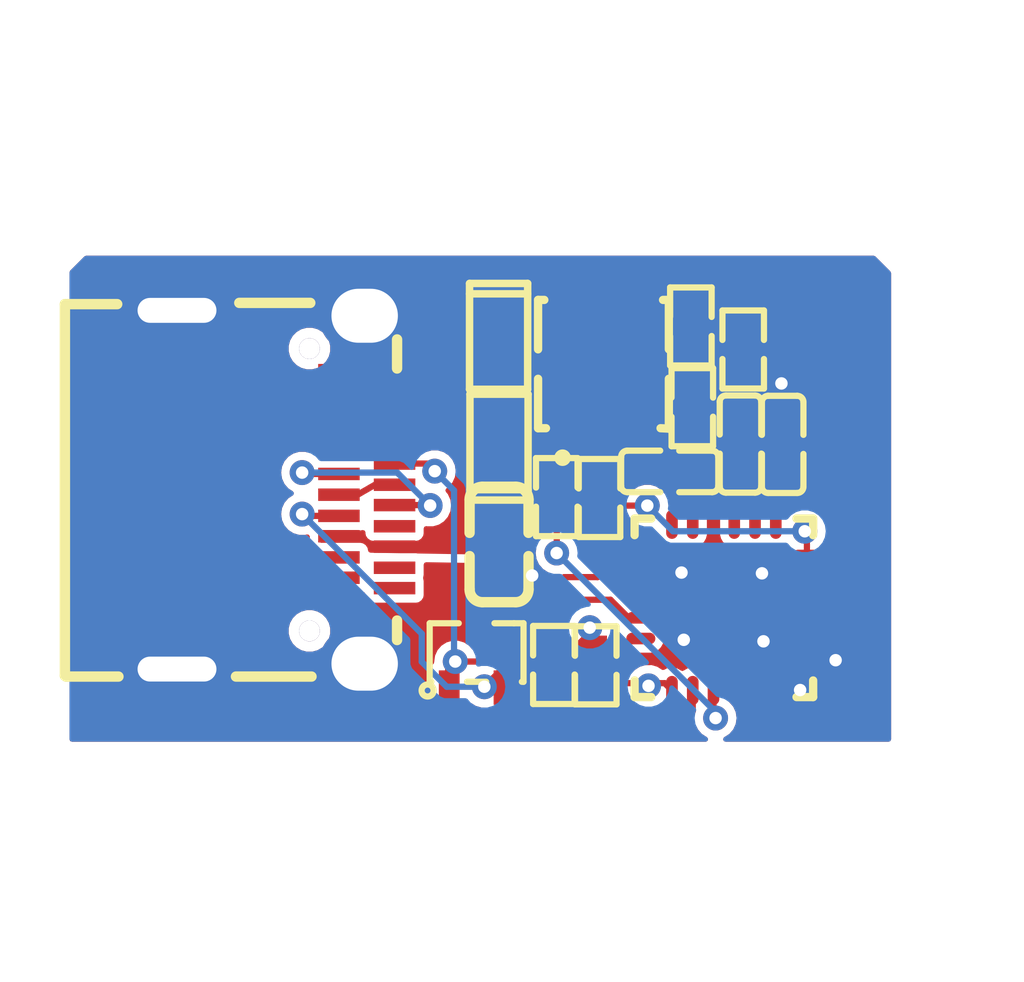
<source format=kicad_pcb>
(kicad_pcb (version 20240108) (generator "pcbnew") (generator_version "8.0")
  (layers (0 "F.Cu" signal) (31 "B.Cu" signal) (34 "B.Paste" user) (35 "F.Paste" user) (36 "B.SilkS" user "B.Silkscreen") (37 "F.SilkS" user "F.Silkscreen") (38 "B.Mask" user) (39 "F.Mask" user) (44 "Edge.Cuts" user))
  (net 0 "")
  (net 1 "B3")
  (net 2 "A10")
  (net 3 "A3")
  (net 4 "VBUS")
  (net 5 "pd_controller.pd_controller-line-1")
  (net 6 "ATTACH")
  (net 7 "pd_controller.pd_controller.footprint.pins[18].net-net")
  (net 8 "VREG_1V2")
  (net 9 "ALERT")
  (net 10 "gate")
  (net 11 "VBUS_EN_SNK")
  (net 12 "gnd")
  (net 13 "dp")
  (net 14 "B10")
  (net 15 "GPIO")
  (net 16 "POWER_OK3")
  (net 17 "B11")
  (net 18 "VREG_2V7")
  (net 19 "A_B_SIDE")
  (net 20 "DISCH")
  (net 21 "dm")
  (net 22 "pd_controller-net")
  (net 23 "A2")
  (net 24 "POWER_OK2")
  (net 25 "pd_controller.pd_controller-line")
  (net 26 "B2")
  (net 27 "VBUS_VS_DISCH")
  (net 28 "VSINK_VCC")
  (net 29 "B8")
  (net 30 "A8")
  (net 31 "A11")
  (net 32 "CC2")
  (net 33 "line-1")
  (net 34 "CC1")
  (net 35 "hv")
  (net 36 "line")
  (footprint "atopile:QFN-24_L4.0-W4.0-P0.50-BL-EP2.8-2a85a7" (layer "F.Cu") (at 90.051506 74.33403 -90)
    (property "Reference" "U1" (hide yes))
    (property "Value" "")
    (fp_line (start -2.14 2.15) (end -2.14 1.75) (stroke (width 0.2)) (layer "F.SilkS"))
    (fp_line (start -1.74 2.15) (end -2.14 2.15) (stroke (width 0.2)) (layer "F.SilkS"))
    (fp_line (start 2.16 2.15) (end 1.76 2.15) (stroke (width 0.2)) (layer "F.SilkS"))
    (fp_line (start 2.16 1.75) (end 2.16 2.15) (stroke (width 0.2)) (layer "F.SilkS"))
    (fp_line (start -2.14 -1.75) (end -2.14 -2.15) (stroke (width 0.2)) (layer "F.SilkS"))
    (fp_line (start 2.16 -1.75) (end 2.16 -2.15) (stroke (width 0.2)) (layer "F.SilkS"))
    (fp_line (start -2.14 -2.15) (end -1.74 -2.15) (stroke (width 0.2)) (layer "F.SilkS"))
    (fp_line (start 2.16 -2.15) (end 1.76 -2.15) (stroke (width 0.2)) (layer "F.SilkS"))
    (pad "1" smd oval (at -1.25 2 90) (size 0.28 0.7) (layers "F.Cu" "F.Paste" "F.Mask") (net 5 "pd_controller.pd_controller-line-1"))
    (pad "2" smd oval (at -0.75 2 90) (size 0.28 0.7) (layers "F.Cu" "F.Paste" "F.Mask") (net 34 "CC1"))
    (pad "3" smd oval (at -0.25 2 90) (size 0.28 0.7) (layers "F.Cu" "F.Paste" "F.Mask") (net 7 "pd_controller.pd_controller.footprint.pins[18].net-net"))
    (pad "4" smd oval (at 0.25 2 90) (size 0.28 0.7) (layers "F.Cu" "F.Paste" "F.Mask") (net 32 "CC2"))
    (pad "5" smd oval (at 0.75 2 90) (size 0.28 0.7) (layers "F.Cu" "F.Paste" "F.Mask") (net 25 "pd_controller.pd_controller-line"))
    (pad "6" smd oval (at 1.25 2 90) (size 0.28 0.7) (layers "F.Cu" "F.Paste" "F.Mask") (net 12 "gnd"))
    (pad "7" smd oval (at 2 1.25) (size 0.28 0.7) (layers "F.Cu" "F.Paste" "F.Mask") (net 36 "line"))
    (pad "8" smd oval (at 2 0.75) (size 0.28 0.7) (layers "F.Cu" "F.Paste" "F.Mask") (net 33 "line-1"))
    (pad "9" smd oval (at 2 0.25) (size 0.28 0.7) (layers "F.Cu" "F.Paste" "F.Mask") (net 20 "DISCH"))
    (pad "10" smd oval (at 2 -0.25) (size 0.28 0.7) (layers "F.Cu" "F.Paste" "F.Mask") (net 12 "gnd"))
    (pad "11" smd oval (at 2 -0.75) (size 0.28 0.7) (layers "F.Cu" "F.Paste" "F.Mask") (net 6 "ATTACH"))
    (pad "12" smd oval (at 2 -1.25) (size 0.28 0.7) (layers "F.Cu" "F.Paste" "F.Mask") (net 12 "gnd"))
    (pad "13" smd oval (at 1.25 -2 90) (size 0.28 0.7) (layers "F.Cu" "F.Paste" "F.Mask") (net 12 "gnd"))
    (pad "14" smd oval (at 0.75 -2 90) (size 0.28 0.7) (layers "F.Cu" "F.Paste" "F.Mask") (net 16 "POWER_OK3"))
    (pad "15" smd oval (at 0.25 -2 90) (size 0.28 0.7) (layers "F.Cu" "F.Paste" "F.Mask") (net 15 "GPIO"))
    (pad "16" smd oval (at -0.25 -2 90) (size 0.28 0.7) (layers "F.Cu" "F.Paste" "F.Mask") (net 11 "VBUS_EN_SNK"))
    (pad "17" smd oval (at -0.75 -2 90) (size 0.28 0.7) (layers "F.Cu" "F.Paste" "F.Mask") (net 19 "A_B_SIDE"))
    (pad "18" smd oval (at -1.25 -2 90) (size 0.28 0.7) (layers "F.Cu" "F.Paste" "F.Mask") (net 27 "VBUS_VS_DISCH"))
    (pad "19" smd oval (at -2 -1.25) (size 0.28 0.7) (layers "F.Cu" "F.Paste" "F.Mask") (net 9 "ALERT"))
    (pad "20" smd oval (at -2 -0.75) (size 0.28 0.7) (layers "F.Cu" "F.Paste" "F.Mask") (net 24 "POWER_OK2"))
    (pad "21" smd oval (at -2 -0.25) (size 0.28 0.7) (layers "F.Cu" "F.Paste" "F.Mask") (net 8 "VREG_1V2"))
    (pad "22" smd oval (at -2 0.25) (size 0.28 0.7) (layers "F.Cu" "F.Paste" "F.Mask") (net 12 "gnd"))
    (pad "23" smd oval (at -2 0.75) (size 0.28 0.7) (layers "F.Cu" "F.Paste" "F.Mask") (net 18 "VREG_2V7"))
    (pad "24" smd oval (at -2 1.25) (size 0.28 0.7) (layers "F.Cu" "F.Paste" "F.Mask") (net 4 "VBUS"))
    (pad "25" smd rect (at 0.01 0) (size 2.8 2.8) (layers "F.Cu" "F.Paste" "F.Mask") (net 12 "gnd"))
  )
  (footprint "atopile:C0603-bd72f6" (layer "F.Cu") (at 84.636812 72.818761 90)
    (property "Reference" "C1" (hide yes))
    (property "Value" "4.7µF ±10% 35V X5R")
    (fp_line (start 0.28 -0.71) (end 1.08 -0.71) (stroke (width 0.25)) (layer "F.SilkS"))
    (fp_line (start -0.28 -0.71) (end -1.08 -0.71) (stroke (width 0.25)) (layer "F.SilkS"))
    (fp_line (start 1.39 -0.4) (end 1.39 0.4) (stroke (width 0.25)) (layer "F.SilkS"))
    (fp_line (start -1.39 0.4) (end -1.39 -0.4) (stroke (width 0.25)) (layer "F.SilkS"))
    (fp_line (start 0.28 0.71) (end 1.08 0.71) (stroke (width 0.25)) (layer "F.SilkS"))
    (fp_line (start -0.28 0.71) (end -1.08 0.71) (stroke (width 0.25)) (layer "F.SilkS"))
    (fp_arc (start 1.08 -0.71) (mid 1.299203 -0.619203) (end 1.39 -0.4) (stroke (width 0.25)) (layer "F.SilkS"))
    (fp_arc (start -1.39 -0.4) (mid -1.299203 -0.619203) (end -1.08 -0.71) (stroke (width 0.25)) (layer "F.SilkS"))
    (fp_arc (start 1.39 0.4) (mid 1.299203 0.619203) (end 1.08 0.71) (stroke (width 0.25)) (layer "F.SilkS"))
    (fp_arc (start -1.08 0.71) (mid -1.299203 0.619203) (end -1.39 0.4) (stroke (width 0.25)) (layer "F.SilkS"))
    (pad "1" smd rect (at -0.7 0 90) (size 0.8 0.9) (layers "F.Cu" "F.Paste" "F.Mask") (net 12 "gnd"))
    (pad "2" smd rect (at 0.7 0 90) (size 0.8 0.9) (layers "F.Cu" "F.Paste" "F.Mask") (net 4 "VBUS"))
  )
  (footprint "atopile:DFN1610-2_L1.6-W1.0-P1.05-RD-57a24e" (layer "F.Cu") (at 84.625658 67.931604 -90)
    (property "Reference" "D3" (hide yes))
    (property "Value" "")
    (fp_line (start -1.4 0.7) (end 1.15 0.7) (stroke (width 0.18)) (layer "F.SilkS"))
    (fp_line (start -1.4 -0.7) (end -1.4 0.7) (stroke (width 0.18)) (layer "F.SilkS"))
    (fp_line (start -1.4 -0.7) (end 1.15 -0.7) (stroke (width 0.18)) (layer "F.SilkS"))
    (fp_line (start -1.15 -0.7) (end -1.15 0.7) (stroke (width 0.18)) (layer "F.SilkS"))
    (fp_line (start 1.15 -0.7) (end 1.15 0.7) (stroke (width 0.18)) (layer "F.SilkS"))
    (pad "1" smd rect (at -0.52 0) (size 0.9 0.6) (layers "F.Cu" "F.Paste" "F.Mask") (net 28 "VSINK_VCC"))
    (pad "2" smd rect (at 0.52 0) (size 0.9 0.6) (layers "F.Cu" "F.Paste" "F.Mask") (net 12 "gnd"))
  )
  (footprint "atopile:USB-C-SMD_TYC-324G-a50b79" (layer "F.Cu") (at 79.5 71.5 -90)
    (property "Reference" "USB1" (hide yes))
    (property "Value" "")
    (fp_line (start -4.47 5.32) (end 4.48 5.32) (stroke (width 0.25)) (layer "F.SilkS"))
    (fp_line (start -4.47 5.32) (end -4.47 4.06) (stroke (width 0.25)) (layer "F.SilkS"))
    (fp_line (start 4.48 5.32) (end 4.5 5.29) (stroke (width 0.25)) (layer "F.SilkS"))
    (fp_line (start 4.5 5.29) (end 4.5 4.03) (stroke (width 0.25)) (layer "F.SilkS"))
    (fp_line (start -4.5 -0.59) (end -4.5 1.12) (stroke (width 0.25)) (layer "F.SilkS"))
    (fp_line (start 4.5 -0.62) (end 4.5 1.2) (stroke (width 0.25)) (layer "F.SilkS"))
    (fp_line (start -2.92 -2.68) (end -3.62 -2.68) (stroke (width 0.25)) (layer "F.SilkS"))
    (fp_line (start 3.15 -2.68) (end 3.62 -2.68) (stroke (width 0.25)) (layer "F.SilkS"))
    (pad "" thru_hole circle (at -3.4 -0.57 270) (size 0.5 0.5) (drill 0.5) (layers "*.Cu" "*.Mask"))
    (pad "" thru_hole circle (at 3.4 -0.57 270) (size 0.5 0.5) (drill 0.5) (layers "*.Cu" "*.Mask"))
    (pad "1" thru_hole oval (at -4.19 -1.9 270) (size 1.8 2.2) (drill oval 1.300023 1.600022) (layers "*.Cu" "*.Mask") (net 12 "gnd"))
    (pad "2" thru_hole oval (at -4.32 2.62) (size 2.4 1.2) (drill oval 1.899996 0.599999) (layers "*.Cu" "*.Mask") (net 12 "gnd"))
    (pad "3" thru_hole oval (at 4.32 2.62) (size 2.4 1.2) (drill oval 1.899996 0.599999) (layers "*.Cu" "*.Mask") (net 12 "gnd"))
    (pad "4" thru_hole oval (at 4.19 -1.9 270) (size 1.8 2.2) (drill oval 1.300023 1.600022) (layers "*.Cu" "*.Mask") (net 12 "gnd"))
    (pad "A1" smd rect (at -2.62 -2.62 270) (size 0.3 1) (layers "F.Cu" "F.Paste" "F.Mask") (net 12 "gnd"))
    (pad "A2" smd rect (at -2.12 -2.62 270) (size 0.3 1) (layers "F.Cu" "F.Paste" "F.Mask") (net 23 "A2"))
    (pad "A3" smd rect (at -1.62 -2.62 270) (size 0.3 1) (layers "F.Cu" "F.Paste" "F.Mask") (net 3 "A3"))
    (pad "A4" smd rect (at -1.12 -2.62 270) (size 0.3 1) (layers "F.Cu" "F.Paste" "F.Mask") (net 4 "VBUS"))
    (pad "A5" smd rect (at -0.63 -2.62 270) (size 0.3 1) (layers "F.Cu" "F.Paste" "F.Mask") (net 34 "CC1"))
    (pad "A6" smd rect (at -0.12 -2.62 270) (size 0.3 1) (layers "F.Cu" "F.Paste" "F.Mask") (net 13 "dp"))
    (pad "A7" smd rect (at 0.37 -2.62 270) (size 0.3 1) (layers "F.Cu" "F.Paste" "F.Mask") (net 21 "dm"))
    (pad "A8" smd rect (at 0.88 -2.62 270) (size 0.3 1) (layers "F.Cu" "F.Paste" "F.Mask") (net 30 "A8"))
    (pad "A9" smd rect (at 1.37 -2.62 270) (size 0.3 1) (layers "F.Cu" "F.Paste" "F.Mask") (net 4 "VBUS"))
    (pad "A10" smd rect (at 1.88 -2.62 270) (size 0.3 1) (layers "F.Cu" "F.Paste" "F.Mask") (net 2 "A10"))
    (pad "A11" smd rect (at 2.37 -2.62 270) (size 0.3 1) (layers "F.Cu" "F.Paste" "F.Mask") (net 31 "A11"))
    (pad "A12" smd rect (at 2.88 -2.62 270) (size 0.3 1) (layers "F.Cu" "F.Paste" "F.Mask") (net 12 "gnd"))
    (pad "B1" smd rect (at 2.63 -1.28 270) (size 0.3 1) (layers "F.Cu" "F.Paste" "F.Mask") (net 12 "gnd"))
    (pad "B2" smd rect (at 2.12 -1.28 270) (size 0.3 1) (layers "F.Cu" "F.Paste" "F.Mask") (net 26 "B2"))
    (pad "B3" smd rect (at 1.63 -1.28 270) (size 0.3 1) (layers "F.Cu" "F.Paste" "F.Mask") (net 1 "B3"))
    (pad "B4" smd rect (at 1.12 -1.28 270) (size 0.3 1) (layers "F.Cu" "F.Paste" "F.Mask") (net 4 "VBUS"))
    (pad "B5" smd rect (at 0.63 -1.28 270) (size 0.3 1) (layers "F.Cu" "F.Paste" "F.Mask") (net 32 "CC2"))
    (pad "B6" smd rect (at 0.12 -1.28 270) (size 0.3 1) (layers "F.Cu" "F.Paste" "F.Mask") (net 13 "dp"))
    (pad "B7" smd rect (at -0.38 -1.28 270) (size 0.3 1) (layers "F.Cu" "F.Paste" "F.Mask") (net 21 "dm"))
    (pad "B8" smd rect (at -0.88 -1.28 270) (size 0.3 1) (layers "F.Cu" "F.Paste" "F.Mask") (net 29 "B8"))
    (pad "B9" smd rect (at -1.37 -1.28 270) (size 0.3 1) (layers "F.Cu" "F.Paste" "F.Mask") (net 4 "VBUS"))
    (pad "B10" smd rect (at -1.88 -1.28 270) (size 0.3 1) (layers "F.Cu" "F.Paste" "F.Mask") (net 14 "B10"))
    (pad "B11" smd rect (at -2.37 -1.28 270) (size 0.3 1) (layers "F.Cu" "F.Paste" "F.Mask") (net 17 "B11"))
    (pad "B12" smd rect (at -2.88 -1.28 270) (size 0.3 1) (layers "F.Cu" "F.Paste" "F.Mask") (net 12 "gnd"))
  )
  (footprint "atopile:R0402-56259e" (layer "F.Cu") (at 90.51692 68.122257 90)
    (property "Reference" "R6" (hide yes))
    (property "Value" "22kΩ ±1% 62.5mW")
    (fp_line (start 0.94 -0.5) (end 0.23 -0.5) (stroke (width 0.15)) (layer "F.SilkS"))
    (fp_line (start -0.94 -0.5) (end -0.23 -0.5) (stroke (width 0.15)) (layer "F.SilkS"))
    (fp_line (start 0.94 0.5) (end 0.94 -0.5) (stroke (width 0.15)) (layer "F.SilkS"))
    (fp_line (start 0.23 0.5) (end 0.94 0.5) (stroke (width 0.15)) (layer "F.SilkS"))
    (fp_line (start -0.23 0.5) (end -0.94 0.5) (stroke (width 0.15)) (layer "F.SilkS"))
    (fp_line (start -0.94 0.5) (end -0.94 -0.5) (stroke (width 0.15)) (layer "F.SilkS"))
    (pad "1" smd rect (at -0.43 0 90) (size 0.57 0.54) (layers "F.Cu" "F.Paste" "F.Mask") (net 10 "gate"))
    (pad "2" smd rect (at 0.43 0 90) (size 0.57 0.54) (layers "F.Cu" "F.Paste" "F.Mask") (net 11 "VBUS_EN_SNK"))
  )
  (footprint "atopile:R0402-56259e" (layer "F.Cu") (at 86.026831 71.677883 -90)
    (property "Reference" "R1" (hide yes))
    (property "Value" "1kΩ ±1% 62.5mW")
    (fp_line (start -0.94 0.5) (end -0.94 -0.5) (stroke (width 0.15)) (layer "F.SilkS"))
    (fp_line (start -0.23 0.5) (end -0.94 0.5) (stroke (width 0.15)) (layer "F.SilkS"))
    (fp_line (start 0.23 0.5) (end 0.94 0.5) (stroke (width 0.15)) (layer "F.SilkS"))
    (fp_line (start 0.94 0.5) (end 0.94 -0.5) (stroke (width 0.15)) (layer "F.SilkS"))
    (fp_line (start -0.94 -0.5) (end -0.23 -0.5) (stroke (width 0.15)) (layer "F.SilkS"))
    (fp_line (start 0.94 -0.5) (end 0.23 -0.5) (stroke (width 0.15)) (layer "F.SilkS"))
    (pad "1" smd rect (at -0.43 0 270) (size 0.57 0.54) (layers "F.Cu" "F.Paste" "F.Mask") (net 4 "VBUS"))
    (pad "2" smd rect (at 0.43 0 270) (size 0.57 0.54) (layers "F.Cu" "F.Paste" "F.Mask") (net 20 "DISCH"))
  )
  (footprint "atopile:C0402-b3ef17" (layer "F.Cu") (at 88.747064 71.058898 180)
    (property "Reference" "C4" (hide yes))
    (property "Value" "100nF ±10% 16V X7R")
    (fp_line (start 1.17 0.35) (end 1.17 -0.35) (stroke (width 0.15)) (layer "F.SilkS"))
    (fp_line (start 1.02 -0.5) (end 0.23 -0.5) (stroke (width 0.15)) (layer "F.SilkS"))
    (fp_line (start 0.23 0.5) (end 1.02 0.5) (stroke (width 0.15)) (layer "F.SilkS"))
    (fp_line (start -0.23 0.5) (end -1.02 0.5) (stroke (width 0.15)) (layer "F.SilkS"))
    (fp_line (start -1.02 -0.5) (end -0.23 -0.5) (stroke (width 0.15)) (layer "F.SilkS"))
    (fp_line (start -1.17 0.35) (end -1.17 -0.35) (stroke (width 0.15)) (layer "F.SilkS"))
    (fp_arc (start 1.17 0.35) (mid 1.126066 0.456066) (end 1.02 0.5) (stroke (width 0.15)) (layer "F.SilkS"))
    (fp_arc (start 1.02 -0.5) (mid 1.126066 -0.456066) (end 1.17 -0.35) (stroke (width 0.15)) (layer "F.SilkS"))
    (fp_arc (start -1.02 0.5) (mid -1.126066 0.456066) (end -1.17 0.35) (stroke (width 0.15)) (layer "F.SilkS"))
    (fp_arc (start -1.17 -0.35) (mid -1.126066 -0.456066) (end -1.02 -0.5) (stroke (width 0.15)) (layer "F.SilkS"))
    (pad "1" smd rect (at -0.55 0 180) (size 0.79 0.54) (layers "F.Cu" "F.Paste" "F.Mask") (net 22 "pd_controller-net"))
    (pad "2" smd rect (at 0.55 0 180) (size 0.79 0.54) (layers "F.Cu" "F.Paste" "F.Mask") (net 4 "VBUS"))
  )
  (footprint "atopile:R0402-56259e" (layer "F.Cu") (at 86.966374 75.729105 90)
    (property "Reference" "R2" (hide yes))
    (property "Value" "4.7kΩ ±1% 62.5mW")
    (fp_line (start 0.94 -0.5) (end 0.23 -0.5) (stroke (width 0.15)) (layer "F.SilkS"))
    (fp_line (start -0.94 -0.5) (end -0.23 -0.5) (stroke (width 0.15)) (layer "F.SilkS"))
    (fp_line (start 0.94 0.5) (end 0.94 -0.5) (stroke (width 0.15)) (layer "F.SilkS"))
    (fp_line (start 0.23 0.5) (end 0.94 0.5) (stroke (width 0.15)) (layer "F.SilkS"))
    (fp_line (start -0.23 0.5) (end -0.94 0.5) (stroke (width 0.15)) (layer "F.SilkS"))
    (fp_line (start -0.94 0.5) (end -0.94 -0.5) (stroke (width 0.15)) (layer "F.SilkS"))
    (pad "1" smd rect (at -0.43 0 90) (size 0.57 0.54) (layers "F.Cu" "F.Paste" "F.Mask") (net 36 "line"))
    (pad "2" smd rect (at 0.43 0 90) (size 0.57 0.54) (layers "F.Cu" "F.Paste" "F.Mask") (net 35 "hv"))
  )
  (footprint "atopile:R0402-56259e" (layer "F.Cu") (at 87.056394 71.699743 -90)
    (property "Reference" "R4" (hide yes))
    (property "Value" "1kΩ ±1% 62.5mW")
    (fp_line (start -0.94 0.5) (end -0.94 -0.5) (stroke (width 0.15)) (layer "F.SilkS"))
    (fp_line (start -0.23 0.5) (end -0.94 0.5) (stroke (width 0.15)) (layer "F.SilkS"))
    (fp_line (start 0.23 0.5) (end 0.94 0.5) (stroke (width 0.15)) (layer "F.SilkS"))
    (fp_line (start 0.94 0.5) (end 0.94 -0.5) (stroke (width 0.15)) (layer "F.SilkS"))
    (fp_line (start -0.94 -0.5) (end -0.23 -0.5) (stroke (width 0.15)) (layer "F.SilkS"))
    (fp_line (start 0.94 -0.5) (end 0.23 -0.5) (stroke (width 0.15)) (layer "F.SilkS"))
    (pad "1" smd rect (at -0.43 0 270) (size 0.57 0.54) (layers "F.Cu" "F.Paste" "F.Mask") (net 4 "VBUS"))
    (pad "2" smd rect (at 0.43 0 270) (size 0.57 0.54) (layers "F.Cu" "F.Paste" "F.Mask") (net 27 "VBUS_VS_DISCH"))
  )
  (footprint "atopile:DFN1610-2_L1.6-W1.0-P1.05-RD-57a24e" (layer "F.Cu") (at 84.635643 70.348828 90)
    (property "Reference" "D2" (hide yes))
    (property "Value" "")
    (fp_line (start 1.15 -0.7) (end 1.15 0.7) (stroke (width 0.18)) (layer "F.SilkS"))
    (fp_line (start -1.15 -0.7) (end -1.15 0.7) (stroke (width 0.18)) (layer "F.SilkS"))
    (fp_line (start -1.4 -0.7) (end 1.15 -0.7) (stroke (width 0.18)) (layer "F.SilkS"))
    (fp_line (start -1.4 -0.7) (end -1.4 0.7) (stroke (width 0.18)) (layer "F.SilkS"))
    (fp_line (start -1.4 0.7) (end 1.15 0.7) (stroke (width 0.18)) (layer "F.SilkS"))
    (pad "1" smd rect (at -0.52 0 180) (size 0.9 0.6) (layers "F.Cu" "F.Paste" "F.Mask") (net 4 "VBUS"))
    (pad "2" smd rect (at 0.52 0 180) (size 0.9 0.6) (layers "F.Cu" "F.Paste" "F.Mask") (net 12 "gnd"))
  )
  (footprint "atopile:C0402-b3ef17" (layer "F.Cu") (at 91.467675 70.408275 -90)
    (property "Reference" "C2" (hide yes))
    (property "Value" "1µF ±10% 25V X5R")
    (fp_line (start -0.23 0.5) (end -1.02 0.5) (stroke (width 0.15)) (layer "F.SilkS"))
    (fp_line (start 0.23 0.5) (end 1.02 0.5) (stroke (width 0.15)) (layer "F.SilkS"))
    (fp_line (start -1.17 0.35) (end -1.17 -0.35) (stroke (width 0.15)) (layer "F.SilkS"))
    (fp_line (start 1.17 0.35) (end 1.17 -0.35) (stroke (width 0.15)) (layer "F.SilkS"))
    (fp_line (start -1.02 -0.5) (end -0.23 -0.5) (stroke (width 0.15)) (layer "F.SilkS"))
    (fp_line (start 1.02 -0.5) (end 0.23 -0.5) (stroke (width 0.15)) (layer "F.SilkS"))
    (fp_arc (start -1.02 0.5) (mid -1.126066 0.456066) (end -1.17 0.35) (stroke (width 0.15)) (layer "F.SilkS"))
    (fp_arc (start 1.17 0.35) (mid 1.126066 0.456066) (end 1.02 0.5) (stroke (width 0.15)) (layer "F.SilkS"))
    (fp_arc (start -1.17 -0.35) (mid -1.126066 -0.456066) (end -1.02 -0.5) (stroke (width 0.15)) (layer "F.SilkS"))
    (fp_arc (start 1.02 -0.5) (mid 1.126066 -0.456066) (end 1.17 -0.35) (stroke (width 0.15)) (layer "F.SilkS"))
    (pad "1" smd rect (at -0.55 0 270) (size 0.79 0.54) (layers "F.Cu" "F.Paste" "F.Mask") (net 12 "gnd"))
    (pad "2" smd rect (at 0.55 0 270) (size 0.79 0.54) (layers "F.Cu" "F.Paste" "F.Mask") (net 8 "VREG_1V2"))
  )
  (footprint "atopile:SOT-323-3_L2.1-W1.3-P1.32-LS2.1-BR-ee9edb" (layer "F.Cu") (at 84.096078 75.425976 -90)
    (property "Reference" "D1" (hide yes))
    (property "Value" "")
    (fp_line (start -0.71 1.13) (end -0.71 0.43) (stroke (width 0.15)) (layer "F.SilkS"))
    (fp_line (start 0.7 1.13) (end -0.71 1.13) (stroke (width 0.15)) (layer "F.SilkS"))
    (fp_line (start 0.7 1.09) (end 0.7 1.13) (stroke (width 0.15)) (layer "F.SilkS"))
    (fp_line (start 0.7 -0.23) (end 0.7 0.23) (stroke (width 0.15)) (layer "F.SilkS"))
    (fp_line (start -0.71 -0.43) (end -0.71 -0.9) (stroke (width 0.15)) (layer "F.SilkS"))
    (fp_line (start -0.71 -1.13) (end -0.71 -0.9) (stroke (width 0.15)) (layer "F.SilkS"))
    (fp_line (start 0.7 -1.13) (end 0.7 -1.09) (stroke (width 0.15)) (layer "F.SilkS"))
    (fp_line (start 0.7 -1.13) (end -0.71 -1.13) (stroke (width 0.15)) (layer "F.SilkS"))
    (fp_circle (center 0.91 1.18) (end 0.98 1.18) (stroke (width 0.15)) (fill none) (layer "F.SilkS"))
    (pad "1" smd rect (at 0.84 0.66) (size 0.5 0.83) (layers "F.Cu" "F.Paste" "F.Mask") (net 34 "CC1"))
    (pad "2" smd rect (at 0.84 -0.66) (size 0.5 0.83) (layers "F.Cu" "F.Paste" "F.Mask") (net 32 "CC2"))
    (pad "3" smd rect (at -0.84 0) (size 0.5 0.83) (layers "F.Cu" "F.Paste" "F.Mask") (net 12 "gnd"))
  )
  (footprint "atopile:R0402-56259e" (layer "F.Cu") (at 89.291131 69.511931 -90)
    (property "Reference" "R7" (hide yes))
    (property "Value" "100Ω ±1% 62.5mW")
    (fp_line (start -0.94 0.5) (end -0.94 -0.5) (stroke (width 0.15)) (layer "F.SilkS"))
    (fp_line (start -0.23 0.5) (end -0.94 0.5) (stroke (width 0.15)) (layer "F.SilkS"))
    (fp_line (start 0.23 0.5) (end 0.94 0.5) (stroke (width 0.15)) (layer "F.SilkS"))
    (fp_line (start 0.94 0.5) (end 0.94 -0.5) (stroke (width 0.15)) (layer "F.SilkS"))
    (fp_line (start -0.94 -0.5) (end -0.23 -0.5) (stroke (width 0.15)) (layer "F.SilkS"))
    (fp_line (start 0.94 -0.5) (end 0.23 -0.5) (stroke (width 0.15)) (layer "F.SilkS"))
    (pad "1" smd rect (at -0.43 0 270) (size 0.57 0.54) (layers "F.Cu" "F.Paste" "F.Mask") (net 10 "gate"))
    (pad "2" smd rect (at 0.43 0 270) (size 0.57 0.54) (layers "F.Cu" "F.Paste" "F.Mask") (net 22 "pd_controller-net"))
  )
  (footprint "atopile:PDFN3333-8_L3.1-W3.2-P0.65-LS3.4-BL-33e04e" (layer "F.Cu") (at 87.166468 68.538329)
    (property "Reference" "Q1" (hide yes))
    (property "Value" "")
    (fp_line (start -1.59 -1.61) (end -1.44 -1.61) (stroke (width 0.2)) (layer "F.SilkS"))
    (fp_line (start -1.59 -0.42) (end -1.59 -1.61) (stroke (width 0.2)) (layer "F.SilkS"))
    (fp_line (start -1.59 1.48) (end -1.59 0.29) (stroke (width 0.2)) (layer "F.SilkS"))
    (fp_line (start -1.59 1.48) (end -1.4 1.48) (stroke (width 0.2)) (layer "F.SilkS"))
    (fp_line (start 1.36 1.48) (end 1.56 1.49) (stroke (width 0.2)) (layer "F.SilkS"))
    (fp_line (start 1.42 -1.61) (end 1.56 -1.61) (stroke (width 0.2)) (layer "F.SilkS"))
    (fp_line (start 1.56 -1.61) (end 1.56 -0.42) (stroke (width 0.2)) (layer "F.SilkS"))
    (fp_line (start 1.56 0.29) (end 1.56 1.49) (stroke (width 0.2)) (layer "F.SilkS"))
    (fp_circle (center -1 2.19) (end -0.9 2.19) (stroke (width 0.2)) (fill none) (layer "F.SilkS"))
    (pad "1" smd rect (at -0.98 1.53 180) (size 0.4 0.75) (layers "F.Cu" "F.Paste" "F.Mask") (net 4 "VBUS"))
    (pad "2" smd rect (at -0.32 1.53 180) (size 0.4 0.75) (layers "F.Cu" "F.Paste" "F.Mask") (net 4 "VBUS"))
    (pad "3" smd rect (at 0.33 1.53 180) (size 0.4 0.75) (layers "F.Cu" "F.Paste" "F.Mask") (net 4 "VBUS"))
    (pad "4" smd rect (at 0.98 1.53 180) (size 0.4 0.75) (layers "F.Cu" "F.Paste" "F.Mask") (net 10 "gate"))
    (pad "5" smd rect (at 0.98 -1.53 180) (size 0.4 0.8) (layers "F.Cu" "F.Paste" "F.Mask") (net 28 "VSINK_VCC"))
    (pad "6" smd rect (at 0.33 -1.53 180) (size 0.4 0.8) (layers "F.Cu" "F.Paste" "F.Mask") (net 28 "VSINK_VCC"))
    (pad "7" smd rect (at -0.32 -1.53 180) (size 0.4 0.8) (layers "F.Cu" "F.Paste" "F.Mask") (net 28 "VSINK_VCC"))
    (pad "8" smd rect (at -0.98 -1.53 180) (size 0.4 0.8) (layers "F.Cu" "F.Paste" "F.Mask") (net 28 "VSINK_VCC"))
    (pad "9" smd rect (at 0 -0.33) (size 2.6 2) (layers "F.Cu" "F.Paste" "F.Mask") (net 28 "VSINK_VCC"))
  )
  (footprint "atopile:R0402-56259e" (layer "F.Cu") (at 89.256738 67.567864 90)
    (property "Reference" "R5" (hide yes))
    (property "Value" "100kΩ ±1% 62.5mW")
    (fp_line (start 0.94 -0.5) (end 0.23 -0.5) (stroke (width 0.15)) (layer "F.SilkS"))
    (fp_line (start -0.94 -0.5) (end -0.23 -0.5) (stroke (width 0.15)) (layer "F.SilkS"))
    (fp_line (start 0.94 0.5) (end 0.94 -0.5) (stroke (width 0.15)) (layer "F.SilkS"))
    (fp_line (start 0.23 0.5) (end 0.94 0.5) (stroke (width 0.15)) (layer "F.SilkS"))
    (fp_line (start -0.23 0.5) (end -0.94 0.5) (stroke (width 0.15)) (layer "F.SilkS"))
    (fp_line (start -0.94 0.5) (end -0.94 -0.5) (stroke (width 0.15)) (layer "F.SilkS"))
    (pad "1" smd rect (at -0.43 0 90) (size 0.57 0.54) (layers "F.Cu" "F.Paste" "F.Mask") (net 10 "gate"))
    (pad "2" smd rect (at 0.43 0 90) (size 0.57 0.54) (layers "F.Cu" "F.Paste" "F.Mask") (net 28 "VSINK_VCC"))
  )
  (footprint "atopile:R0402-56259e" (layer "F.Cu") (at 85.957017 75.721121 90)
    (property "Reference" "R3" (hide yes))
    (property "Value" "4.7kΩ ±1% 62.5mW")
    (fp_line (start 0.94 -0.5) (end 0.23 -0.5) (stroke (width 0.15)) (layer "F.SilkS"))
    (fp_line (start -0.94 -0.5) (end -0.23 -0.5) (stroke (width 0.15)) (layer "F.SilkS"))
    (fp_line (start 0.94 0.5) (end 0.94 -0.5) (stroke (width 0.15)) (layer "F.SilkS"))
    (fp_line (start 0.23 0.5) (end 0.94 0.5) (stroke (width 0.15)) (layer "F.SilkS"))
    (fp_line (start -0.23 0.5) (end -0.94 0.5) (stroke (width 0.15)) (layer "F.SilkS"))
    (fp_line (start -0.94 0.5) (end -0.94 -0.5) (stroke (width 0.15)) (layer "F.SilkS"))
    (pad "1" smd rect (at -0.43 0 90) (size 0.57 0.54) (layers "F.Cu" "F.Paste" "F.Mask") (net 33 "line-1"))
    (pad "2" smd rect (at 0.43 0 90) (size 0.57 0.54) (layers "F.Cu" "F.Paste" "F.Mask") (net 35 "hv"))
  )
  (footprint "atopile:C0402-b3ef17" (layer "F.Cu") (at 90.451917 70.400226 -90)
    (property "Reference" "C3" (hide yes))
    (property "Value" "1µF ±10% 25V X5R")
    (fp_line (start -0.23 0.5) (end -1.02 0.5) (stroke (width 0.15)) (layer "F.SilkS"))
    (fp_line (start 0.23 0.5) (end 1.02 0.5) (stroke (width 0.15)) (layer "F.SilkS"))
    (fp_line (start -1.17 0.35) (end -1.17 -0.35) (stroke (width 0.15)) (layer "F.SilkS"))
    (fp_line (start 1.17 0.35) (end 1.17 -0.35) (stroke (width 0.15)) (layer "F.SilkS"))
    (fp_line (start -1.02 -0.5) (end -0.23 -0.5) (stroke (width 0.15)) (layer "F.SilkS"))
    (fp_line (start 1.02 -0.5) (end 0.23 -0.5) (stroke (width 0.15)) (layer "F.SilkS"))
    (fp_arc (start -1.02 0.5) (mid -1.126066 0.456066) (end -1.17 0.35) (stroke (width 0.15)) (layer "F.SilkS"))
    (fp_arc (start 1.17 0.35) (mid 1.126066 0.456066) (end 1.02 0.5) (stroke (width 0.15)) (layer "F.SilkS"))
    (fp_arc (start -1.17 -0.35) (mid -1.126066 -0.456066) (end -1.02 -0.5) (stroke (width 0.15)) (layer "F.SilkS"))
    (fp_arc (start 1.02 -0.5) (mid 1.126066 -0.456066) (end 1.17 -0.35) (stroke (width 0.15)) (layer "F.SilkS"))
    (pad "1" smd rect (at -0.55 0 270) (size 0.79 0.54) (layers "F.Cu" "F.Paste" "F.Mask") (net 12 "gnd"))
    (pad "2" smd rect (at 0.55 0 270) (size 0.79 0.54) (layers "F.Cu" "F.Paste" "F.Mask") (net 18 "VREG_2V7"))
  )
  (gr_line (start 81.13109 72.56934) (end 81.737308 72.91934) (stroke (width 0.15)) (layer "F.Cu") (net 4))
  (gr_line (start 81.149325 70.073996) (end 81.755543 70.423996) (stroke (width 0.15)) (layer "F.Cu") (net 4))
  (gr_line (start 81.19909 71.639138) (end 81.746707 71.322971) (stroke (width 0.15)) (layer "F.Cu") (net 13))
  (segment (start 85.647776 70.868828) (end 86.026831 71.247883) (width 0.2) (layer "F.Cu") (net 4))
  (segment (start 84.635643 70.868828) (end 84.635643 72.117592) (width 0.2) (layer "F.Cu") (net 4))
  (segment (start 88.801506 71.66334) (end 88.197064 71.058898) (width 0.15) (layer "F.Cu") (net 4))
  (segment (start 82.12 72.87) (end 81.786648 72.87) (width 0.15) (layer "F.Cu") (net 4))
  (segment (start 88.801506 72.33403) (end 88.801506 71.66334) (width 0.15) (layer "F.Cu") (net 4))
  (segment (start 86.186468 70.068329) (end 86.186468 71.088246) (width 0.2) (layer "F.Cu") (net 4))
  (segment (start 86.186468 71.088246) (end 86.026831 71.247883) (width 0.2) (layer "F.Cu") (net 4))
  (segment (start 80.83066 72.56934) (end 80.78 72.62) (width 0.15) (layer "F.Cu") (net 4))
  (segment (start 84.635643 70.868828) (end 85.647776 70.868828) (width 0.2) (layer "F.Cu") (net 4))
  (segment (start 86.084264 71.19045) (end 86.026831 71.247883) (width 0.2) (layer "F.Cu") (net 4))
  (segment (start 84.635643 72.117592) (end 84.636812 72.118761) (width 0.2) (layer "F.Cu") (net 4))
  (segment (start 81.13109 72.56934) (end 80.83066 72.56934) (width 0.15) (layer "F.Cu") (net 4))
  (segment (start 81.786648 72.87) (end 81.737308 72.91934) (width 0.15) (layer "F.Cu") (net 4))
  (segment (start 87.496468 70.068329) (end 86.186468 70.068329) (width 0.2) (layer "F.Cu") (net 4))
  (segment (start 88.233157 71.19045) (end 86.084264 71.19045) (width 0.2) (layer "F.Cu") (net 4))
  (segment (start 90.426506 71.70903) (end 90.301506 71.83403) (width 0.15) (layer "F.Cu") (net 8))
  (segment (start 91.467675 70.958275) (end 91.467675 71.083275) (width 0.15) (layer "F.Cu") (net 8))
  (segment (start 91.467675 71.083275) (end 90.84192 71.70903) (width 0.15) (layer "F.Cu") (net 8))
  (segment (start 90.301506 71.83403) (end 90.301506 72.33403) (width 0.15) (layer "F.Cu") (net 8))
  (segment (start 90.84192 71.70903) (end 90.426506 71.70903) (width 0.15) (layer "F.Cu") (net 8))
  (segment (start 88.746131 69.538845) (end 89.203045 69.081931) (width 0.15) (layer "F.Cu") (net 10))
  (segment (start 89.256738 67.997864) (end 89.256738 69.047538) (width 0.15) (layer "F.Cu") (net 10))
  (segment (start 89.820805 68.552257) (end 89.291131 69.081931) (width 0.15) (layer "F.Cu") (net 10))
  (segment (start 88.146468 70.068329) (end 88.581671 70.068329) (width 0.15) (layer "F.Cu") (net 10))
  (segment (start 89.203045 69.081931) (end 89.291131 69.081931) (width 0.15) (layer "F.Cu") (net 10))
  (segment (start 88.746131 69.903869) (end 88.746131 69.538845) (width 0.15) (layer "F.Cu") (net 10))
  (segment (start 89.256738 69.047538) (end 89.291131 69.081931) (width 0.15) (layer "F.Cu") (net 10))
  (segment (start 90.51692 68.552257) (end 89.820805 68.552257) (width 0.15) (layer "F.Cu") (net 10))
  (segment (start 88.581671 70.068329) (end 88.746131 69.903869) (width 0.15) (layer "F.Cu") (net 10))
  (segment (start 91.312257 67.992257) (end 91.06192 67.992257) (width 0.15) (layer "F.Cu") (net 11))
  (segment (start 92.051506 74.08403) (end 92.551506 74.08403) (width 0.15) (layer "F.Cu") (net 11))
  (segment (start 92.676506 72.176506) (end 92.012675 71.512675) (width 0.15) (layer "F.Cu") (net 11))
  (segment (start 92.012675 71.512675) (end 92.012675 68.692675) (width 0.15) (layer "F.Cu") (net 11))
  (segment (start 92.012675 68.692675) (end 91.312257 67.992257) (width 0.15) (layer "F.Cu") (net 11))
  (segment (start 90.76192 67.692257) (end 90.51692 67.692257) (width 0.15) (layer "F.Cu") (net 11))
  (segment (start 91.06192 67.992257) (end 90.76192 67.692257) (width 0.15) (layer "F.Cu") (net 11))
  (segment (start 92.551506 74.08403) (end 92.676506 73.95903) (width 0.15) (layer "F.Cu") (net 11))
  (segment (start 92.676506 73.95903) (end 92.676506 72.176506) (width 0.15) (layer "F.Cu") (net 11))
  (segment (start 92.051506 75.58403) (end 91.291506 75.58403) (width 0.15) (layer "F.Cu") (net 12))
  (segment (start 91.301506 75.59403) (end 90.051506 74.34403) (width 0.15) (layer "F.Cu") (net 12))
  (segment (start 91.459626 69.850226) (end 91.467675 69.858275) (width 0.2) (layer "F.Cu") (net 12))
  (segment (start 92.721059 75.58403) (end 92.74304 75.606011) (width 0.15) (layer "F.Cu") (net 12))
  (segment (start 91.878552 76.33403) (end 91.887831 76.324751) (width 0.15) (layer "F.Cu") (net 12))
  (segment (start 91.291506 75.58403) (end 90.051506 74.34403) (width 0.15) (layer "F.Cu") (net 12))
  (segment (start 92.051506 75.58403) (end 92.721059 75.58403) (width 0.15) (layer "F.Cu") (net 12))
  (segment (start 89.801506 72.33403) (end 89.801506 74.09403) (width 0.15) (layer "F.Cu") (net 12))
  (segment (start 89.801506 74.09403) (end 90.051506 74.34403) (width 0.15) (layer "F.Cu") (net 12))
  (segment (start 91.301506 76.33403) (end 91.301506 75.59403) (width 0.15) (layer "F.Cu") (net 12))
  (segment (start 90.301506 76.635932) (end 90.301506 76.33403) (width 0.15) (layer "F.Cu") (net 12))
  (segment (start 88.811506 75.58403) (end 90.051506 74.34403) (width 0.15) (layer "F.Cu") (net 12))
  (segment (start 90.451917 69.850226) (end 91.459626 69.850226) (width 0.2) (layer "F.Cu") (net 12))
  (segment (start 91.301506 76.33403) (end 91.878552 76.33403) (width 0.15) (layer "F.Cu") (net 12))
  (segment (start 84.636812 73.518761) (end 85.387387 73.518761) (width 0.15) (layer "F.Cu") (net 12))
  (segment (start 88.051506 75.58403) (end 88.811506 75.58403) (width 0.15) (layer "F.Cu") (net 12))
  (segment (start 91.467675 68.97) (end 91.437675 68.94) (width 0.2) (layer "F.Cu") (net 12))
  (segment (start 90.301506 76.33403) (end 90.301506 74.59403) (width 0.15) (layer "F.Cu") (net 12))
  (segment (start 91.467675 69.858275) (end 91.467675 68.97) (width 0.2) (layer "F.Cu") (net 12))
  (segment (start 85.387387 73.518761) (end 85.434313 73.565687) (width 0.15) (layer "F.Cu") (net 12))
  (segment (start 90.301506 74.59403) (end 90.051506 74.34403) (width 0.15) (layer "F.Cu") (net 12))
  (via (at 92.74304 75.606011) (size 0.6) (drill 0.3) (layers "F.Cu" "B.Cu") (net 12))
  (via (at 91.005328 75.151113) (size 0.6) (drill 0.3) (layers "F.Cu" "B.Cu") (net 12))
  (via (at 89.085656 75.114721) (size 0.6) (drill 0.3) (layers "F.Cu" "B.Cu") (net 12))
  (via (at 91.887831 76.324751) (size 0.6) (drill 0.3) (layers "F.Cu" "B.Cu") (net 12))
  (via (at 85.434313 73.565687) (size 0.6) (drill 0.3) (layers "F.Cu" "B.Cu") (net 12))
  (via (at 91.437675 68.94) (size 0.6) (drill 0.3) (layers "F.Cu" "B.Cu") (net 12))
  (via (at 90.968936 73.513478) (size 0.6) (drill 0.3) (layers "F.Cu" "B.Cu") (net 12))
  (via (at 89.031068 73.495282) (size 0.6) (drill 0.3) (layers "F.Cu" "B.Cu") (net 12))
  (segment (start 80.799138 71.639138) (end 80.78 71.62) (width 0.15) (layer "F.Cu") (net 13))
  (segment (start 81.746707 71.322971) (end 82.062971 71.322971) (width 0.15) (layer "F.Cu") (net 13))
  (segment (start 81.19909 71.639138) (end 80.799138 71.639138) (width 0.15) (layer "F.Cu") (net 13))
  (segment (start 82.062971 71.322971) (end 82.12 71.38) (width 0.15) (layer "F.Cu") (net 13))
  (segment (start 89.426506 71.70903) (end 89.301506 71.83403) (width 0.15) (layer "F.Cu") (net 18))
  (segment (start 89.301506 71.83403) (end 89.301506 72.33403) (width 0.15) (layer "F.Cu") (net 18))
  (segment (start 89.818113 71.70903) (end 89.426506 71.70903) (width 0.15) (layer "F.Cu") (net 18))
  (segment (start 90.451917 71.075226) (end 89.818113 71.70903) (width 0.15) (layer "F.Cu") (net 18))
  (segment (start 90.451917 70.950226) (end 90.451917 71.075226) (width 0.15) (layer "F.Cu") (net 18))
  (segment (start 86.026831 73.021754) (end 86.026831 72.107883) (width 0.15) (layer "F.Cu") (net 20))
  (segment (start 89.801506 76.949105) (end 89.801506 76.33403) (width 0.15) (layer "F.Cu") (net 20))
  (segment (start 86.023771 73.024814) (end 86.026831 73.021754) (width 0.15) (layer "F.Cu") (net 20))
  (segment (start 89.852117 76.999716) (end 89.801506 76.949105) (width 0.15) (layer "F.Cu") (net 20))
  (via (at 86.023771 73.024814) (size 0.6) (drill 0.3) (layers "F.Cu" "B.Cu") (net 20))
  (via (at 89.852117 76.999716) (size 0.6) (drill 0.3) (layers "F.Cu" "B.Cu") (net 20))
  (segment (start 86.024814 73.024814) (end 89.852117 76.852117) (width 0.15) (layer "B.Cu") (net 20))
  (segment (start 86.023771 73.024814) (end 86.024814 73.024814) (width 0.15) (layer "B.Cu") (net 20))
  (segment (start 89.852117 76.852117) (end 89.852117 76.999716) (width 0.15) (layer "B.Cu") (net 20))
  (segment (start 82.12 71.87) (end 82.967078 71.87) (width 0.15) (layer "F.Cu") (net 21))
  (segment (start 82.967078 71.87) (end 82.977076 71.879998) (width 0.15) (layer "F.Cu") (net 21))
  (segment (start 80.78 71.12) (end 79.926265 71.12) (width 0.15) (layer "F.Cu") (net 21))
  (segment (start 79.926265 71.12) (end 79.893636 71.087371) (width 0.15) (layer "F.Cu") (net 21))
  (via (at 82.977076 71.879998) (size 0.6) (drill 0.3) (layers "F.Cu" "B.Cu") (net 21))
  (via (at 79.893636 71.087371) (size 0.6) (drill 0.3) (layers "F.Cu" "B.Cu") (net 21))
  (segment (start 79.893636 71.087371) (end 82.184449 71.087371) (width 0.15) (layer "B.Cu") (net 21))
  (segment (start 82.184449 71.087371) (end 82.977076 71.879998) (width 0.15) (layer "B.Cu") (net 21))
  (segment (start 89.291131 69.941931) (end 89.291131 71.052965) (width 0.15) (layer "F.Cu") (net 22))
  (segment (start 89.291131 71.052965) (end 89.297064 71.058898) (width 0.15) (layer "F.Cu") (net 22))
  (segment (start 88.207586 71.882594) (end 87.303543 71.882594) (width 0.15) (layer "F.Cu") (net 27))
  (segment (start 87.303543 71.882594) (end 87.056394 72.129743) (width 0.15) (layer "F.Cu") (net 27))
  (segment (start 92.051506 73.08403) (end 92.051506 72.551506) (width 0.15) (layer "F.Cu") (net 27))
  (segment (start 92.051506 72.551506) (end 92 72.5) (width 0.15) (layer "F.Cu") (net 27))
  (via (at 88.207586 71.882594) (size 0.6) (drill 0.3) (layers "F.Cu" "B.Cu") (net 27))
  (via (at 92 72.5) (size 0.6) (drill 0.3) (layers "F.Cu" "B.Cu") (net 27))
  (segment (start 88.207586 71.882594) (end 88.824992 72.5) (width 0.15) (layer "B.Cu") (net 27))
  (segment (start 88.824992 72.5) (end 92 72.5) (width 0.15) (layer "B.Cu") (net 27))
  (segment (start 80.78 72.13) (end 79.936265 72.13) (width 0.15) (layer "F.Cu") (net 32))
  (segment (start 87.754607 74.58403) (end 88.051506 74.58403) (width 0.15) (layer "F.Cu") (net 32))
  (segment (start 87.320577 74.15) (end 87.754607 74.58403) (width 0.15) (layer "F.Cu") (net 32))
  (segment (start 85.144975 75.382493) (end 85.144975 74.85) (width 0.15) (layer "F.Cu") (net 32))
  (segment (start 86.158148 74.15) (end 87.320577 74.15) (width 0.15) (layer "F.Cu") (net 32))
  (segment (start 79.936265 72.13) (end 79.893636 72.087371) (width 0.15) (layer "F.Cu") (net 32))
  (segment (start 84.282323 76.245145) (end 85.144975 75.382493) (width 0.15) (layer "F.Cu") (net 32))
  (segment (start 85.817461 74.490687) (end 86.158148 74.15) (width 0.15) (layer "F.Cu") (net 32))
  (segment (start 85.144975 74.85) (end 85.504288 74.490687) (width 0.15) (layer "F.Cu") (net 32))
  (segment (start 85.504288 74.490687) (end 85.817461 74.490687) (width 0.15) (layer "F.Cu") (net 32))
  (via (at 79.893636 72.087371) (size 0.6) (drill 0.3) (layers "F.Cu" "B.Cu") (net 32))
  (via (at 84.282323 76.245145) (size 0.6) (drill 0.3) (layers "F.Cu" "B.Cu") (net 32))
  (segment (start 82.775 74.968735) (end 79.893636 72.087371) (width 0.15) (layer "B.Cu") (net 32))
  (segment (start 83.375145 76.245145) (end 82.775 75.645) (width 0.15) (layer "B.Cu") (net 32))
  (segment (start 82.775 75.645) (end 82.775 74.968735) (width 0.15) (layer "B.Cu") (net 32))
  (segment (start 84.282323 76.245145) (end 83.375145 76.245145) (width 0.15) (layer "B.Cu") (net 32))
  (segment (start 87.780562 77) (end 87.499667 76.719105) (width 0.15) (layer "F.Cu") (net 33))
  (segment (start 87.499667 76.719105) (end 86.525001 76.719105) (width 0.15) (layer "F.Cu") (net 33))
  (segment (start 89.135536 77) (end 87.780562 77) (width 0.15) (layer "F.Cu") (net 33))
  (segment (start 89.301506 76.33403) (end 89.301506 76.83403) (width 0.15) (layer "F.Cu") (net 33))
  (segment (start 89.301506 76.83403) (end 89.135536 77) (width 0.15) (layer "F.Cu") (net 33))
  (segment (start 86.525001 76.719105) (end 85.957017 76.151121) (width 0.15) (layer "F.Cu") (net 33))
  (segment (start 83.581547 75.638374) (end 83.436078 75.783843) (width 0.2) (layer "F.Cu") (net 34))
  (segment (start 82.967074 70.87) (end 82.12 70.87) (width 0.15) (layer "F.Cu") (net 34))
  (segment (start 84.293476 75.575976) (end 84.231078 75.638374) (width 0.15) (layer "F.Cu") (net 34))
  (segment (start 83.28528 76.040181) (end 83.28528 76.235181) (width 0.15) (layer "F.Cu") (net 34))
  (segment (start 83.436078 75.783843) (end 83.436078 76.265976) (width 0.2) (layer "F.Cu") (net 34))
  (segment (start 82.977074 70.88) (end 82.967074 70.87) (width 0.15) (layer "F.Cu") (net 34))
  (segment (start 83.087484 70.99041) (end 82.967074 70.87) (width 0.15) (layer "F.Cu") (net 34))
  (segment (start 88.051506 73.58403) (end 87.029143 73.58403) (width 0.15) (layer "F.Cu") (net 34))
  (segment (start 84.231078 75.638374) (end 83.581547 75.638374) (width 0.15) (layer "F.Cu") (net 34))
  (segment (start 87.029143 73.58403) (end 87.008173 73.605) (width 0.15) (layer "F.Cu") (net 34))
  (segment (start 85.672486 74.140687) (end 85.359314 74.140687) (width 0.15) (layer "F.Cu") (net 34))
  (segment (start 85.359314 74.140687) (end 84.794975 74.705026) (width 0.15) (layer "F.Cu") (net 34))
  (segment (start 87.008173 73.605) (end 86.208173 73.605) (width 0.15) (layer "F.Cu") (net 34))
  (segment (start 86.208173 73.605) (end 85.672486 74.140687) (width 0.15) (layer "F.Cu") (net 34))
  (segment (start 83.087484 71.05263) (end 83.087484 70.99041) (width 0.15) (layer "F.Cu") (net 34))
  (segment (start 84.456518 75.575976) (end 84.293476 75.575976) (width 0.15) (layer "F.Cu") (net 34))
  (segment (start 84.794975 75.237519) (end 84.456518 75.575976) (width 0.15) (layer "F.Cu") (net 34))
  (segment (start 84.794975 74.705026) (end 84.794975 75.237519) (width 0.15) (layer "F.Cu") (net 34))
  (via (at 83.087484 71.05263) (size 0.6) (drill 0.3) (layers "F.Cu" "B.Cu") (net 34))
  (via (at 83.581547 75.638374) (size 0.6) (drill 0.3) (layers "F.Cu" "B.Cu") (net 34))
  (segment (start 83.581547 75.638374) (end 83.552076 75.608903) (width 0.15) (layer "B.Cu") (net 34))
  (segment (start 83.552076 71.517222) (end 83.087484 71.05263) (width 0.15) (layer "B.Cu") (net 34))
  (segment (start 83.552076 75.608903) (end 83.552076 71.517222) (width 0.15) (layer "B.Cu") (net 34))
  (segment (start 86.821157 74.822307) (end 86.821157 74.988503) (width 0.2) (layer "F.Cu") (net 35))
  (segment (start 85.957017 75.291121) (end 86.36 75.291121) (width 0.2) (layer "F.Cu") (net 35))
  (segment (start 86.36 75.291121) (end 86.95839 75.291121) (width 0.2) (layer "F.Cu") (net 35))
  (segment (start 86.821157 74.988503) (end 86.518539 75.291121) (width 0.2) (layer "F.Cu") (net 35))
  (segment (start 86.518539 75.291121) (end 86.36 75.291121) (width 0.2) (layer "F.Cu") (net 35))
  (segment (start 86.95839 75.291121) (end 86.966374 75.299105) (width 0.2) (layer "F.Cu") (net 35))
  (via (at 86.821157 74.822307) (size 0.6) (drill 0.3) (layers "F.Cu" "B.Cu") (net 35))
  (segment (start 88.064925 76.22403) (end 88 76.159105) (width 0.15) (layer "F.Cu") (net 36))
  (segment (start 86.966374 76.159105) (end 88 76.159105) (width 0.15) (layer "F.Cu") (net 36))
  (segment (start 88.626581 76.159105) (end 88.801506 76.33403) (width 0.15) (layer "F.Cu") (net 36))
  (segment (start 88 76.159105) (end 88.626581 76.159105) (width 0.15) (layer "F.Cu") (net 36))
  (segment (start 88.236761 76.22403) (end 88.064925 76.22403) (width 0.15) (layer "F.Cu") (net 36))
  (via (at 88.236761 76.22403) (size 0.6) (drill 0.3) (layers "F.Cu" "B.Cu") (net 36))
  (zone (net 4) (net_name "VBUS") (layer "F.Cu") (priority 4) (connect_pads yes (clearance 0.15)) (min_thickness 0.12) (fill yes (thermal_gap 0.5) (thermal_bridge_width 0.5))
    (polygon (pts (xy 80.294067 69.975596) (xy 85 69.975596) (xy 86.122773 69.69) (xy 87.648577 69.631423) (xy 88.705059 71.465059) (xy 84.335894 73.063869) (xy 80.75 73.004323) (xy 80.279014 72.75) (xy 80.29 72.75) (xy 80.29 69.979663)))
  )
  (zone (net 28) (net_name "VSINK_VCC") (layer "F.Cu") (priority 5) (connect_pads yes (clearance 0.25)) (min_thickness 0.25) (fill yes (thermal_gap 0.5) (thermal_bridge_width 0.5))
    (polygon (pts (xy 84.196981 67.126981) (xy 86.01 66.530124) (xy 88.340201 66.609799) (xy 89.51 66.89) (xy 88.38 68.44) (xy 86.124369 68.554369) (xy 84.19 67.65)))
  )
  (zone (net 12) (net_name "gnd") (layers "F&B.Cu") (connect_pads yes (clearance 0.15)) (min_thickness 0.12) (fill yes (thermal_gap 0.5) (thermal_bridge_width 0.5))
    (polygon (pts (xy 74.666545 65.863455) (xy 93.683455 65.863455) (xy 94.08 66.26) (xy 94.08 77.55) (xy 94.06 77.57) (xy 74.31 77.57) (xy 74.29 77.55) (xy 74.29 66.24)))
  )
)
</source>
